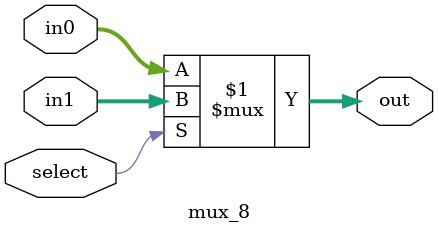
<source format=v>
module mux_8(select, in0, in1, out);
	input select;
	input [7:0] in0, in1;
	output [7:0] out;
	assign out = select ? in1: in0;
endmodule

</source>
